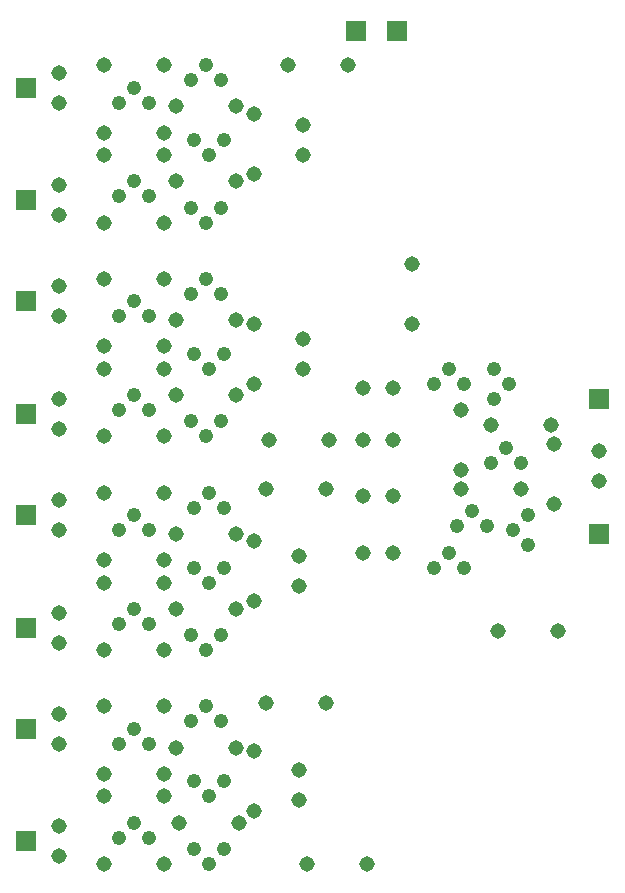
<source format=gtl>
G75*
G70*
%OFA0B0*%
%FSLAX24Y24*%
%IPPOS*%
%LPD*%
%AMOC8*
5,1,8,0,0,1.08239X$1,22.5*
%
%ADD10C,0.0476*%
%ADD11C,0.0515*%
%ADD12R,0.0709X0.0709*%
D10*
X004725Y005285D03*
X005225Y005785D03*
X005725Y005285D03*
X007225Y004910D03*
X007725Y004410D03*
X008225Y004910D03*
X007725Y006660D03*
X007225Y007160D03*
X008225Y007160D03*
X008100Y009160D03*
X007600Y009660D03*
X007100Y009160D03*
X005725Y008410D03*
X005225Y008910D03*
X004725Y008410D03*
X007100Y012035D03*
X007600Y011535D03*
X008100Y012035D03*
X007725Y013785D03*
X007225Y014285D03*
X008225Y014285D03*
X008225Y016285D03*
X007725Y016785D03*
X007225Y016285D03*
X005725Y015535D03*
X005225Y016035D03*
X004725Y015535D03*
X005225Y012910D03*
X004725Y012410D03*
X005725Y012410D03*
X007600Y018660D03*
X007100Y019160D03*
X007725Y020910D03*
X007225Y021410D03*
X008225Y021410D03*
X008100Y023410D03*
X007600Y023910D03*
X007100Y023410D03*
X005725Y022660D03*
X005225Y023160D03*
X004725Y022660D03*
X005225Y020035D03*
X004725Y019535D03*
X005725Y019535D03*
X008100Y019160D03*
X007600Y025785D03*
X007100Y026285D03*
X008100Y026285D03*
X007725Y028035D03*
X007225Y028535D03*
X008225Y028535D03*
X008100Y030535D03*
X007600Y031035D03*
X007100Y030535D03*
X005725Y029785D03*
X005225Y030285D03*
X004725Y029785D03*
X005225Y027160D03*
X004725Y026660D03*
X005725Y026660D03*
X015225Y020410D03*
X015725Y020910D03*
X016225Y020410D03*
X017225Y019910D03*
X017225Y020910D03*
X017725Y020410D03*
X017600Y018285D03*
X017100Y017785D03*
X018100Y017785D03*
X018350Y016035D03*
X017850Y015535D03*
X018350Y015035D03*
X016975Y015660D03*
X016475Y016160D03*
X015975Y015660D03*
X015725Y014785D03*
X015225Y014285D03*
X016225Y014285D03*
D11*
X002725Y004660D03*
X002725Y005660D03*
X004225Y006660D03*
X004225Y007410D03*
X002725Y008410D03*
X002725Y009410D03*
X004225Y009660D03*
X004225Y011535D03*
X004225Y013785D03*
X004225Y014535D03*
X004225Y016785D03*
X004225Y018660D03*
X004225Y020910D03*
X004225Y021660D03*
X004225Y023910D03*
X004225Y025785D03*
X002725Y026035D03*
X002725Y027035D03*
X004225Y028035D03*
X004225Y028785D03*
X004225Y031035D03*
X002725Y030785D03*
X002725Y029785D03*
X006225Y028785D03*
X006225Y028035D03*
X006600Y027160D03*
X006225Y025785D03*
X006225Y023910D03*
X006600Y022535D03*
X006225Y021660D03*
X006225Y020910D03*
X006600Y020035D03*
X006225Y018660D03*
X006225Y016785D03*
X006600Y015410D03*
X006225Y014535D03*
X006225Y013785D03*
X006600Y012910D03*
X006225Y011535D03*
X006225Y009660D03*
X006600Y008285D03*
X006225Y007410D03*
X006225Y006660D03*
X006725Y005785D03*
X006225Y004410D03*
X004225Y004410D03*
X008725Y005785D03*
X009225Y006160D03*
X009225Y008160D03*
X008600Y008285D03*
X009600Y009785D03*
X010725Y007535D03*
X010725Y006535D03*
X010975Y004410D03*
X012975Y004410D03*
X011600Y009785D03*
X010725Y013660D03*
X010725Y014660D03*
X011600Y016910D03*
X012850Y016660D03*
X013850Y016660D03*
X013850Y018535D03*
X012850Y018535D03*
X011725Y018535D03*
X012850Y020285D03*
X013850Y020285D03*
X014475Y022410D03*
X014475Y024410D03*
X016100Y019535D03*
X017100Y019035D03*
X016100Y017535D03*
X016100Y016910D03*
X018100Y016910D03*
X019225Y016410D03*
X019225Y018410D03*
X019100Y019035D03*
X020725Y018160D03*
X020725Y017160D03*
X019350Y012160D03*
X017350Y012160D03*
X013850Y014785D03*
X012850Y014785D03*
X009725Y018535D03*
X009600Y016910D03*
X008600Y015410D03*
X009225Y015160D03*
X009225Y013160D03*
X008600Y012910D03*
X008600Y020035D03*
X009225Y020410D03*
X009225Y022410D03*
X008600Y022535D03*
X010850Y021910D03*
X010850Y020910D03*
X008600Y027160D03*
X009225Y027410D03*
X009225Y029410D03*
X008600Y029660D03*
X010350Y031035D03*
X010850Y029035D03*
X010850Y028035D03*
X012350Y031035D03*
X006600Y029660D03*
X006225Y031035D03*
X002725Y023660D03*
X002725Y022660D03*
X002725Y019910D03*
X002725Y018910D03*
X002725Y016535D03*
X002725Y015535D03*
X002725Y012785D03*
X002725Y011785D03*
D12*
X001600Y012285D03*
X001600Y008910D03*
X001600Y005160D03*
X001600Y016035D03*
X001600Y019410D03*
X001600Y023160D03*
X001600Y026535D03*
X001600Y030285D03*
X012600Y032160D03*
X013975Y032160D03*
X020725Y019910D03*
X020725Y015410D03*
M02*

</source>
